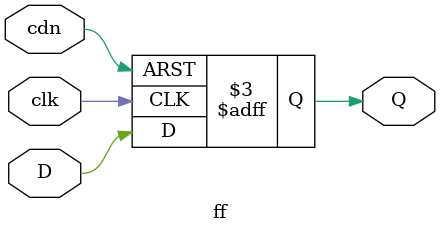
<source format=v>
`timescale 1ns / 1ps


module ff
( input D,input cdn, input clk, output reg Q);
 
  always @ (posedge clk or negedge cdn) 
       if (!cdn)
          Q <= 0;
       else
          Q <= D;
endmodule

</source>
